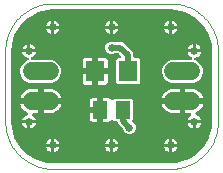
<source format=gbl>
G04 EAGLE Gerber RS-274X export*
G75*
%MOMM*%
%FSLAX35Y35*%
%LPD*%
%INcopper_bottom*%
%IPPOS*%
%AMOC8*
5,1,8,0,0,1.08239X$1,22.5*%
G01*
%ADD10C,0.000000*%
%ADD11R,1.300000X1.500000*%
%ADD12R,1.600000X1.800000*%
%ADD13C,1.524000*%
%ADD14C,0.650000*%
%ADD15C,0.500000*%

G36*
X1400497Y50063D02*
X1400497Y50063D01*
X1400817Y50027D01*
X1444870Y52915D01*
X1446648Y53260D01*
X1447287Y53314D01*
X1532390Y76117D01*
X1535311Y77312D01*
X1535363Y77351D01*
X1535405Y77366D01*
X1611707Y121418D01*
X1614218Y123329D01*
X1614258Y123378D01*
X1614295Y123405D01*
X1676595Y185704D01*
X1678527Y188200D01*
X1678552Y188259D01*
X1678581Y188293D01*
X1722634Y264595D01*
X1723158Y265845D01*
X1723732Y267091D01*
X1723771Y267306D01*
X1723854Y267505D01*
X1723863Y267568D01*
X1723883Y267609D01*
X1746686Y352712D01*
X1746930Y354508D01*
X1747085Y355130D01*
X1749973Y399182D01*
X1749968Y399259D01*
X1749982Y399335D01*
X1749952Y399735D01*
X1749999Y400000D01*
X1749999Y1000000D01*
X1749936Y1000497D01*
X1749973Y1000817D01*
X1747085Y1044870D01*
X1746739Y1046648D01*
X1746686Y1047287D01*
X1723883Y1132390D01*
X1722688Y1135311D01*
X1722649Y1135363D01*
X1722634Y1135405D01*
X1678581Y1211707D01*
X1676671Y1214218D01*
X1676621Y1214258D01*
X1676595Y1214295D01*
X1614295Y1276595D01*
X1611800Y1278527D01*
X1611741Y1278552D01*
X1611707Y1278581D01*
X1535405Y1322634D01*
X1532495Y1323854D01*
X1532431Y1323863D01*
X1532390Y1323883D01*
X1447288Y1346686D01*
X1445491Y1346930D01*
X1444870Y1347085D01*
X1400818Y1349973D01*
X1400318Y1349942D01*
X1400000Y1349999D01*
X400000Y1349999D01*
X399503Y1349936D01*
X399183Y1349973D01*
X355130Y1347085D01*
X353352Y1346739D01*
X352713Y1346686D01*
X267609Y1323883D01*
X264688Y1322688D01*
X264637Y1322649D01*
X264595Y1322634D01*
X188293Y1278581D01*
X185781Y1276671D01*
X185742Y1276621D01*
X185704Y1276595D01*
X123405Y1214295D01*
X121473Y1211800D01*
X121448Y1211741D01*
X121418Y1211707D01*
X77366Y1135405D01*
X76145Y1132495D01*
X76136Y1132431D01*
X76117Y1132390D01*
X53314Y1047287D01*
X53069Y1045491D01*
X52915Y1044870D01*
X50027Y1000818D01*
X50035Y1000697D01*
X50017Y1000601D01*
X50044Y1000242D01*
X50000Y1000000D01*
X50000Y400000D01*
X50063Y399503D01*
X50027Y399183D01*
X52915Y355130D01*
X53260Y353352D01*
X53314Y352713D01*
X76117Y267609D01*
X77312Y264688D01*
X77351Y264637D01*
X77366Y264595D01*
X121418Y188293D01*
X123329Y185781D01*
X123378Y185742D01*
X123405Y185704D01*
X185704Y123405D01*
X188200Y121473D01*
X188259Y121448D01*
X188293Y121418D01*
X264595Y77366D01*
X267505Y76145D01*
X267568Y76136D01*
X267609Y76117D01*
X352713Y53314D01*
X354509Y53069D01*
X355130Y52915D01*
X399182Y50027D01*
X399681Y50058D01*
X400000Y50000D01*
X1400000Y50000D01*
X1400497Y50063D01*
G37*
%LPC*%
G36*
X951715Y714999D02*
X951715Y714999D01*
X939999Y726715D01*
X939999Y923284D01*
X951715Y935000D01*
X971183Y935000D01*
X972585Y935179D01*
X973999Y935322D01*
X974153Y935378D01*
X974314Y935399D01*
X975628Y935923D01*
X976959Y936415D01*
X977093Y936508D01*
X977245Y936568D01*
X978391Y937409D01*
X979552Y938215D01*
X979657Y938338D01*
X979789Y938435D01*
X980688Y939535D01*
X981610Y940607D01*
X981683Y940754D01*
X981785Y940880D01*
X982377Y942164D01*
X983004Y943438D01*
X983038Y943598D01*
X983106Y943746D01*
X983357Y945140D01*
X983645Y946529D01*
X983637Y946692D01*
X983666Y946852D01*
X983560Y948265D01*
X983491Y949681D01*
X983442Y949836D01*
X983430Y949999D01*
X982973Y951342D01*
X982552Y952694D01*
X982476Y952803D01*
X982414Y952987D01*
X980682Y955625D01*
X980237Y956028D01*
X980022Y956338D01*
X960021Y976338D01*
X959155Y977009D01*
X958343Y977745D01*
X957911Y977972D01*
X957525Y978270D01*
X956521Y978702D01*
X955549Y979212D01*
X955177Y979279D01*
X954626Y979516D01*
X951507Y979995D01*
X951313Y979976D01*
X951183Y979999D01*
X931036Y979999D01*
X930812Y979971D01*
X930588Y979991D01*
X930047Y979873D01*
X927905Y979601D01*
X926839Y979176D01*
X926252Y979048D01*
X910443Y972499D01*
X889557Y972499D01*
X870261Y980492D01*
X855492Y995261D01*
X847499Y1014557D01*
X847499Y1035443D01*
X855492Y1054739D01*
X870261Y1069508D01*
X889557Y1077500D01*
X910443Y1077500D01*
X926252Y1070952D01*
X926469Y1070893D01*
X926669Y1070788D01*
X927216Y1070689D01*
X929297Y1070122D01*
X930444Y1070107D01*
X931036Y1070000D01*
X993640Y1070000D01*
X1085000Y978640D01*
X1085000Y947500D01*
X1085159Y946252D01*
X1085253Y945000D01*
X1085358Y944692D01*
X1085399Y944369D01*
X1085865Y943202D01*
X1086269Y942013D01*
X1086448Y941741D01*
X1086568Y941438D01*
X1087312Y940424D01*
X1088001Y939375D01*
X1088243Y939156D01*
X1088435Y938893D01*
X1089408Y938099D01*
X1090339Y937255D01*
X1090628Y937103D01*
X1090880Y936898D01*
X1092019Y936373D01*
X1093133Y935788D01*
X1093389Y935742D01*
X1093746Y935577D01*
X1096852Y935017D01*
X1097243Y935047D01*
X1097500Y935000D01*
X1128284Y935000D01*
X1140000Y923284D01*
X1140000Y726715D01*
X1128284Y714999D01*
X951715Y714999D01*
G37*
%LPD*%
%LPC*%
G36*
X204664Y730799D02*
X204664Y730799D01*
X169307Y745445D01*
X142245Y772507D01*
X127599Y807864D01*
X127599Y846136D01*
X142245Y881493D01*
X169307Y908555D01*
X194057Y918807D01*
X194979Y919333D01*
X195947Y919785D01*
X196347Y920116D01*
X196797Y920373D01*
X197559Y921115D01*
X198381Y921793D01*
X198686Y922213D01*
X199057Y922575D01*
X199609Y923485D01*
X200235Y924347D01*
X200425Y924830D01*
X200694Y925273D01*
X201001Y926295D01*
X201390Y927284D01*
X201453Y927798D01*
X201603Y928295D01*
X201644Y929359D01*
X201773Y930417D01*
X201705Y930932D01*
X201725Y931449D01*
X201499Y932488D01*
X201359Y933545D01*
X201164Y934026D01*
X201054Y934533D01*
X200575Y935483D01*
X200175Y936470D01*
X199866Y936887D01*
X199632Y937350D01*
X198929Y938150D01*
X198295Y939006D01*
X197892Y939332D01*
X197550Y939721D01*
X196669Y940320D01*
X195841Y940989D01*
X195470Y941135D01*
X194940Y941496D01*
X191969Y942560D01*
X191814Y942574D01*
X191712Y942614D01*
X183109Y944325D01*
X172574Y948688D01*
X163091Y955025D01*
X155025Y963091D01*
X148688Y972574D01*
X144324Y983111D01*
X143452Y987499D01*
X199997Y987499D01*
X200000Y987499D01*
X200003Y987499D01*
X256548Y987499D01*
X255675Y983111D01*
X251311Y972574D01*
X244974Y963091D01*
X236909Y955025D01*
X227426Y948689D01*
X223946Y947248D01*
X223328Y946895D01*
X222668Y946631D01*
X221964Y946115D01*
X221206Y945682D01*
X220696Y945185D01*
X220123Y944764D01*
X219572Y944089D01*
X218946Y943480D01*
X218576Y942870D01*
X218127Y942320D01*
X217762Y941528D01*
X217309Y940781D01*
X217105Y940100D01*
X216807Y939453D01*
X216652Y938594D01*
X216401Y937759D01*
X216373Y937048D01*
X216247Y936348D01*
X216312Y935477D01*
X216278Y934606D01*
X216429Y933910D01*
X216482Y933200D01*
X216763Y932375D01*
X216948Y931522D01*
X217270Y930885D01*
X217498Y930213D01*
X217977Y929485D01*
X218370Y928704D01*
X218840Y928169D01*
X219231Y927575D01*
X219877Y926989D01*
X220453Y926333D01*
X221041Y925933D01*
X221568Y925455D01*
X222342Y925048D01*
X223063Y924559D01*
X223732Y924319D01*
X224363Y923988D01*
X224954Y923881D01*
X226033Y923494D01*
X228183Y923299D01*
X228729Y923200D01*
X395336Y923200D01*
X430693Y908555D01*
X457755Y881493D01*
X472400Y846136D01*
X472400Y807864D01*
X457755Y772507D01*
X430693Y745445D01*
X395336Y730799D01*
X204664Y730799D01*
G37*
%LPD*%
%LPC*%
G36*
X1404664Y730799D02*
X1404664Y730799D01*
X1369307Y745445D01*
X1342245Y772507D01*
X1327599Y807864D01*
X1327599Y846136D01*
X1342245Y881493D01*
X1369307Y908555D01*
X1404664Y923200D01*
X1571271Y923200D01*
X1571977Y923290D01*
X1572688Y923281D01*
X1573536Y923489D01*
X1574401Y923599D01*
X1575062Y923863D01*
X1575753Y924032D01*
X1576522Y924445D01*
X1577332Y924768D01*
X1577906Y925189D01*
X1578533Y925527D01*
X1579173Y926119D01*
X1579877Y926635D01*
X1580327Y927186D01*
X1580849Y927670D01*
X1581321Y928404D01*
X1581873Y929080D01*
X1582171Y929726D01*
X1582555Y930325D01*
X1582828Y931153D01*
X1583193Y931946D01*
X1583319Y932647D01*
X1583542Y933323D01*
X1583598Y934194D01*
X1583753Y935052D01*
X1583700Y935760D01*
X1583746Y936472D01*
X1583583Y937330D01*
X1583518Y938199D01*
X1583288Y938873D01*
X1583155Y939572D01*
X1582782Y940361D01*
X1582501Y941187D01*
X1582111Y941781D01*
X1581807Y942425D01*
X1581248Y943095D01*
X1580769Y943825D01*
X1580242Y944303D01*
X1579786Y944849D01*
X1579281Y945174D01*
X1578431Y945945D01*
X1576519Y946948D01*
X1576053Y947248D01*
X1572573Y948689D01*
X1563091Y955025D01*
X1555025Y963091D01*
X1548688Y972574D01*
X1544324Y983111D01*
X1543452Y987499D01*
X1599997Y987499D01*
X1600000Y987499D01*
X1600003Y987499D01*
X1656548Y987499D01*
X1655675Y983111D01*
X1651311Y972574D01*
X1644974Y963091D01*
X1636909Y955025D01*
X1627425Y948688D01*
X1616890Y944325D01*
X1608288Y942614D01*
X1607278Y942276D01*
X1606243Y942023D01*
X1605786Y941777D01*
X1605295Y941612D01*
X1604403Y941033D01*
X1603464Y940528D01*
X1603083Y940176D01*
X1602648Y939893D01*
X1601928Y939107D01*
X1601148Y938385D01*
X1600868Y937949D01*
X1600517Y937566D01*
X1600017Y936625D01*
X1599441Y935730D01*
X1599279Y935236D01*
X1599036Y934779D01*
X1598788Y933745D01*
X1598455Y932732D01*
X1598421Y932214D01*
X1598300Y931710D01*
X1598319Y930647D01*
X1598250Y929583D01*
X1598348Y929073D01*
X1598357Y928555D01*
X1598642Y927530D01*
X1598841Y926483D01*
X1599063Y926013D01*
X1599202Y925514D01*
X1599734Y924594D01*
X1600190Y923629D01*
X1600523Y923230D01*
X1600782Y922782D01*
X1601528Y922023D01*
X1602210Y921205D01*
X1602545Y920990D01*
X1602995Y920533D01*
X1605701Y918909D01*
X1605852Y918865D01*
X1605943Y918807D01*
X1630693Y908555D01*
X1657755Y881493D01*
X1672400Y846136D01*
X1672400Y807864D01*
X1657755Y772507D01*
X1630693Y745445D01*
X1595336Y730799D01*
X1404664Y730799D01*
G37*
%LPD*%
%LPC*%
G36*
X1039557Y297499D02*
X1039557Y297499D01*
X1020261Y305492D01*
X1005492Y320261D01*
X998943Y336070D01*
X998832Y336266D01*
X998765Y336481D01*
X998448Y336937D01*
X997378Y338810D01*
X996577Y339632D01*
X996234Y340125D01*
X949999Y386360D01*
X949999Y392500D01*
X949841Y393748D01*
X949747Y394999D01*
X949642Y395308D01*
X949601Y395631D01*
X949135Y396798D01*
X948731Y397987D01*
X948552Y398259D01*
X948431Y398562D01*
X947688Y399575D01*
X946998Y400625D01*
X946757Y400844D01*
X946565Y401106D01*
X945592Y401900D01*
X944661Y402745D01*
X944372Y402897D01*
X944120Y403102D01*
X942981Y403627D01*
X941867Y404212D01*
X941610Y404258D01*
X941253Y404423D01*
X938148Y404983D01*
X937756Y404953D01*
X937500Y404999D01*
X921715Y404999D01*
X911721Y414994D01*
X910683Y415798D01*
X909685Y416642D01*
X909441Y416759D01*
X909226Y416926D01*
X908023Y417442D01*
X906842Y418011D01*
X906575Y418064D01*
X906326Y418171D01*
X905031Y418370D01*
X903746Y418625D01*
X903476Y418609D01*
X903207Y418651D01*
X901902Y418519D01*
X900596Y418444D01*
X900337Y418361D01*
X900067Y418333D01*
X898839Y417880D01*
X897591Y417479D01*
X897361Y417334D01*
X897107Y417240D01*
X896028Y416491D01*
X894923Y415793D01*
X894783Y415626D01*
X894514Y415440D01*
X892456Y413048D01*
X892252Y412634D01*
X892058Y412405D01*
X890326Y409404D01*
X885596Y404674D01*
X879804Y401330D01*
X873344Y399599D01*
X829998Y399599D01*
X829998Y487499D01*
X829840Y488746D01*
X829746Y489998D01*
X829641Y490306D01*
X829600Y490629D01*
X829134Y491797D01*
X828730Y492986D01*
X828551Y493258D01*
X828430Y493560D01*
X827687Y494574D01*
X826998Y495624D01*
X826756Y495843D01*
X826564Y496105D01*
X825591Y496899D01*
X824660Y497744D01*
X824371Y497895D01*
X824119Y498101D01*
X822980Y498626D01*
X821866Y499211D01*
X821609Y499257D01*
X821253Y499421D01*
X818147Y499981D01*
X817755Y499952D01*
X817499Y499998D01*
X804998Y499998D01*
X804998Y500002D01*
X817499Y500002D01*
X818747Y500160D01*
X819998Y500254D01*
X820307Y500359D01*
X820630Y500400D01*
X821797Y500866D01*
X822986Y501270D01*
X823258Y501449D01*
X823561Y501570D01*
X824574Y502313D01*
X825624Y503003D01*
X825843Y503244D01*
X826105Y503436D01*
X826899Y504409D01*
X827744Y505340D01*
X827896Y505629D01*
X828101Y505881D01*
X828626Y507020D01*
X829211Y508134D01*
X829257Y508391D01*
X829422Y508748D01*
X829982Y511853D01*
X829952Y512245D01*
X829998Y512501D01*
X829998Y600400D01*
X873344Y600400D01*
X879804Y598669D01*
X885596Y595326D01*
X890326Y590596D01*
X892058Y587595D01*
X892851Y586552D01*
X893598Y585476D01*
X893804Y585299D01*
X893968Y585083D01*
X894998Y584272D01*
X895990Y583417D01*
X896234Y583297D01*
X896447Y583129D01*
X897646Y582602D01*
X898822Y582023D01*
X899087Y581968D01*
X899336Y581859D01*
X900631Y581648D01*
X901912Y581383D01*
X902183Y581396D01*
X902451Y581353D01*
X903756Y581473D01*
X905064Y581537D01*
X905323Y581618D01*
X905593Y581643D01*
X906825Y582086D01*
X908077Y582475D01*
X908257Y582600D01*
X908563Y582710D01*
X911171Y584488D01*
X911474Y584834D01*
X911721Y585006D01*
X921715Y595000D01*
X1068284Y595000D01*
X1080000Y583284D01*
X1080000Y416716D01*
X1077448Y414163D01*
X1077110Y413726D01*
X1076705Y413352D01*
X1076148Y412484D01*
X1075516Y411668D01*
X1075298Y411161D01*
X1075000Y410697D01*
X1074678Y409715D01*
X1074271Y408768D01*
X1074187Y408223D01*
X1074014Y407698D01*
X1073948Y406670D01*
X1073791Y405649D01*
X1073847Y405099D01*
X1073811Y404549D01*
X1074004Y403536D01*
X1074108Y402509D01*
X1074299Y401992D01*
X1074403Y401449D01*
X1074844Y400516D01*
X1075202Y399549D01*
X1075516Y399096D01*
X1075752Y398597D01*
X1076414Y397803D01*
X1077002Y396957D01*
X1077419Y396597D01*
X1077773Y396173D01*
X1078322Y395820D01*
X1079073Y395174D01*
X1094508Y379739D01*
X1102500Y360443D01*
X1102500Y339557D01*
X1094508Y320261D01*
X1079739Y305492D01*
X1060443Y297499D01*
X1039557Y297499D01*
G37*
%LPD*%
%LPC*%
G36*
X1599997Y412501D02*
X1599997Y412501D01*
X1543451Y412501D01*
X1544324Y416889D01*
X1548688Y427425D01*
X1555025Y436909D01*
X1563090Y444974D01*
X1568378Y448507D01*
X1569182Y449206D01*
X1570040Y449835D01*
X1570368Y450237D01*
X1570760Y450578D01*
X1571364Y451457D01*
X1572036Y452280D01*
X1572252Y452750D01*
X1572547Y453178D01*
X1572912Y454181D01*
X1573356Y455147D01*
X1573448Y455657D01*
X1573626Y456144D01*
X1573728Y457205D01*
X1573916Y458252D01*
X1573878Y458769D01*
X1573927Y459286D01*
X1573760Y460339D01*
X1573681Y461399D01*
X1573514Y461889D01*
X1573433Y462403D01*
X1573007Y463381D01*
X1572664Y464387D01*
X1572380Y464819D01*
X1572173Y465296D01*
X1571516Y466136D01*
X1570932Y467025D01*
X1570548Y467373D01*
X1570228Y467782D01*
X1569383Y468429D01*
X1568594Y469145D01*
X1568135Y469386D01*
X1567723Y469702D01*
X1566744Y470117D01*
X1565800Y470612D01*
X1565407Y470683D01*
X1564818Y470933D01*
X1561696Y471397D01*
X1561541Y471380D01*
X1561434Y471399D01*
X1524999Y471399D01*
X1524999Y548001D01*
X1674907Y548001D01*
X1670358Y534001D01*
X1663096Y519748D01*
X1653697Y506812D01*
X1642388Y495503D01*
X1629452Y486104D01*
X1615035Y478759D01*
X1614266Y478235D01*
X1613448Y477795D01*
X1612968Y477351D01*
X1612427Y476983D01*
X1611814Y476284D01*
X1611131Y475652D01*
X1610778Y475101D01*
X1610346Y474609D01*
X1609928Y473779D01*
X1609425Y472997D01*
X1609221Y472375D01*
X1608927Y471791D01*
X1608730Y470883D01*
X1608439Y469999D01*
X1608396Y469346D01*
X1608258Y468707D01*
X1608295Y467778D01*
X1608234Y466850D01*
X1608357Y466207D01*
X1608383Y465553D01*
X1608651Y464663D01*
X1608825Y463750D01*
X1609105Y463158D01*
X1609294Y462532D01*
X1609777Y461737D01*
X1610174Y460897D01*
X1610593Y460394D01*
X1610933Y459835D01*
X1611599Y459187D01*
X1612194Y458472D01*
X1612604Y458208D01*
X1613194Y457634D01*
X1615905Y456087D01*
X1615927Y456073D01*
X1627427Y451310D01*
X1636909Y444974D01*
X1644974Y436909D01*
X1651311Y427425D01*
X1655675Y416889D01*
X1656548Y412501D01*
X1600003Y412501D01*
X1599999Y412500D01*
X1599997Y412501D01*
G37*
%LPD*%
%LPC*%
G36*
X199997Y412501D02*
X199997Y412501D01*
X143451Y412501D01*
X144324Y416889D01*
X148688Y427425D01*
X155025Y436909D01*
X163091Y444974D01*
X172574Y451311D01*
X184073Y456074D01*
X184879Y456535D01*
X185731Y456910D01*
X186245Y457316D01*
X186813Y457640D01*
X187479Y458289D01*
X188209Y458865D01*
X188604Y459386D01*
X189073Y459843D01*
X189555Y460637D01*
X190118Y461378D01*
X190371Y461982D01*
X190710Y462541D01*
X190977Y463431D01*
X191337Y464289D01*
X191430Y464936D01*
X191618Y465563D01*
X191655Y466493D01*
X191787Y467413D01*
X191716Y468063D01*
X191741Y468717D01*
X191543Y469624D01*
X191442Y470549D01*
X191209Y471162D01*
X191070Y471800D01*
X190651Y472630D01*
X190321Y473499D01*
X189943Y474033D01*
X189648Y474618D01*
X189034Y475317D01*
X188497Y476075D01*
X188110Y476369D01*
X187566Y476989D01*
X184985Y478743D01*
X184964Y478759D01*
X170549Y486104D01*
X157612Y495503D01*
X146303Y506812D01*
X136904Y519748D01*
X129642Y534001D01*
X125093Y548001D01*
X275001Y548001D01*
X275001Y471399D01*
X238566Y471399D01*
X237508Y471265D01*
X236446Y471218D01*
X235950Y471067D01*
X235435Y471001D01*
X234446Y470606D01*
X233428Y470295D01*
X232986Y470023D01*
X232504Y469831D01*
X231646Y469201D01*
X230738Y468645D01*
X230378Y468272D01*
X229960Y467965D01*
X229286Y467140D01*
X228547Y466373D01*
X228291Y465921D01*
X227964Y465520D01*
X227519Y464554D01*
X226994Y463626D01*
X226861Y463125D01*
X226643Y462654D01*
X226454Y461604D01*
X226180Y460577D01*
X226176Y460058D01*
X226083Y459548D01*
X226163Y458486D01*
X226154Y457421D01*
X226280Y456918D01*
X226319Y456401D01*
X226662Y455392D01*
X226920Y454360D01*
X227168Y453903D01*
X227335Y453413D01*
X227919Y452523D01*
X228429Y451588D01*
X228716Y451310D01*
X229068Y450775D01*
X231405Y448655D01*
X231543Y448583D01*
X231622Y448507D01*
X236909Y444974D01*
X244974Y436909D01*
X251311Y427425D01*
X255675Y416889D01*
X256548Y412501D01*
X200003Y412501D01*
X199999Y412500D01*
X199997Y412501D01*
G37*
%LPD*%
%LPC*%
G36*
X324999Y597999D02*
X324999Y597999D01*
X324999Y674600D01*
X384195Y674600D01*
X399993Y672098D01*
X415199Y667158D01*
X429452Y659896D01*
X442388Y650497D01*
X453697Y639188D01*
X463096Y626252D01*
X470358Y611999D01*
X474907Y597999D01*
X324999Y597999D01*
G37*
%LPD*%
%LPC*%
G36*
X1524999Y597999D02*
X1524999Y597999D01*
X1524999Y674600D01*
X1584195Y674600D01*
X1599993Y672098D01*
X1615199Y667158D01*
X1629452Y659896D01*
X1642388Y650497D01*
X1653697Y639188D01*
X1663096Y626252D01*
X1670358Y611999D01*
X1674907Y597999D01*
X1524999Y597999D01*
G37*
%LPD*%
%LPC*%
G36*
X125093Y597999D02*
X125093Y597999D01*
X129642Y611999D01*
X136904Y626252D01*
X146303Y639188D01*
X157612Y650497D01*
X170548Y659896D01*
X184801Y667158D01*
X200007Y672098D01*
X215804Y674600D01*
X275001Y674600D01*
X275001Y597999D01*
X125093Y597999D01*
G37*
%LPD*%
%LPC*%
G36*
X1325093Y597999D02*
X1325093Y597999D01*
X1329642Y611999D01*
X1336904Y626252D01*
X1346303Y639188D01*
X1357612Y650497D01*
X1370548Y659896D01*
X1384801Y667158D01*
X1400007Y672098D01*
X1415804Y674600D01*
X1475001Y674600D01*
X1475001Y597999D01*
X1325093Y597999D01*
G37*
%LPD*%
%LPC*%
G36*
X324999Y471399D02*
X324999Y471399D01*
X324999Y548001D01*
X474907Y548001D01*
X470358Y534001D01*
X463096Y519748D01*
X453697Y506812D01*
X442388Y495503D01*
X429452Y486104D01*
X415199Y478842D01*
X399993Y473901D01*
X384195Y471399D01*
X324999Y471399D01*
G37*
%LPD*%
%LPC*%
G36*
X1415805Y471399D02*
X1415805Y471399D01*
X1400007Y473901D01*
X1384801Y478842D01*
X1370548Y486104D01*
X1357612Y495503D01*
X1346303Y506812D01*
X1336904Y519748D01*
X1329642Y534001D01*
X1325093Y548001D01*
X1475001Y548001D01*
X1475001Y471399D01*
X1415805Y471399D01*
G37*
%LPD*%
%LPC*%
G36*
X784998Y849998D02*
X784998Y849998D01*
X784998Y940400D01*
X843344Y940400D01*
X849804Y938669D01*
X855596Y935326D01*
X860326Y930596D01*
X863669Y924804D01*
X865400Y918344D01*
X865400Y849998D01*
X784998Y849998D01*
G37*
%LPD*%
%LPC*%
G36*
X784998Y709599D02*
X784998Y709599D01*
X784998Y800001D01*
X865400Y800001D01*
X865400Y731655D01*
X863669Y725196D01*
X860326Y719404D01*
X855596Y714674D01*
X849804Y711330D01*
X843344Y709599D01*
X784998Y709599D01*
G37*
%LPD*%
%LPC*%
G36*
X654599Y849998D02*
X654599Y849998D01*
X654599Y918344D01*
X656330Y924804D01*
X659674Y930596D01*
X664404Y935326D01*
X670196Y938669D01*
X676655Y940400D01*
X735001Y940400D01*
X735001Y849998D01*
X654599Y849998D01*
G37*
%LPD*%
%LPC*%
G36*
X676655Y709599D02*
X676655Y709599D01*
X670196Y711330D01*
X664404Y714674D01*
X659674Y719404D01*
X656330Y725196D01*
X654599Y731655D01*
X654599Y800001D01*
X735001Y800001D01*
X735001Y709599D01*
X676655Y709599D01*
G37*
%LPD*%
%LPC*%
G36*
X714599Y524998D02*
X714599Y524998D01*
X714599Y578344D01*
X716330Y584804D01*
X719674Y590596D01*
X724404Y595326D01*
X730196Y598669D01*
X736655Y600400D01*
X780001Y600400D01*
X780001Y524998D01*
X714599Y524998D01*
G37*
%LPD*%
%LPC*%
G36*
X736655Y399599D02*
X736655Y399599D01*
X730196Y401330D01*
X724404Y404674D01*
X719674Y409404D01*
X716330Y415196D01*
X714599Y421655D01*
X714599Y475001D01*
X780001Y475001D01*
X780001Y399599D01*
X736655Y399599D01*
G37*
%LPD*%
%LPC*%
G36*
X912501Y1212501D02*
X912501Y1212501D01*
X912501Y1256548D01*
X916889Y1255675D01*
X927425Y1251311D01*
X936909Y1244974D01*
X944974Y1236909D01*
X951311Y1227425D01*
X955675Y1216889D01*
X956548Y1212501D01*
X912501Y1212501D01*
G37*
%LPD*%
%LPC*%
G36*
X412501Y1212501D02*
X412501Y1212501D01*
X412501Y1256548D01*
X416889Y1255675D01*
X427425Y1251311D01*
X436909Y1244974D01*
X444974Y1236909D01*
X451311Y1227425D01*
X455675Y1216889D01*
X456548Y1212501D01*
X412501Y1212501D01*
G37*
%LPD*%
%LPC*%
G36*
X1412501Y1212501D02*
X1412501Y1212501D01*
X1412501Y1256548D01*
X1416889Y1255675D01*
X1427425Y1251311D01*
X1436909Y1244974D01*
X1444974Y1236909D01*
X1451311Y1227425D01*
X1455675Y1216889D01*
X1456548Y1212501D01*
X1412501Y1212501D01*
G37*
%LPD*%
%LPC*%
G36*
X212501Y1012501D02*
X212501Y1012501D01*
X212501Y1056548D01*
X216889Y1055675D01*
X227425Y1051311D01*
X236909Y1044974D01*
X244974Y1036909D01*
X251311Y1027425D01*
X255675Y1016889D01*
X256548Y1012501D01*
X212501Y1012501D01*
G37*
%LPD*%
%LPC*%
G36*
X1612501Y1012501D02*
X1612501Y1012501D01*
X1612501Y1056548D01*
X1616889Y1055675D01*
X1627425Y1051311D01*
X1636909Y1044974D01*
X1644974Y1036909D01*
X1651311Y1027425D01*
X1655675Y1016889D01*
X1656548Y1012501D01*
X1612501Y1012501D01*
G37*
%LPD*%
%LPC*%
G36*
X912501Y212501D02*
X912501Y212501D01*
X912501Y256548D01*
X916889Y255675D01*
X927425Y251311D01*
X936909Y244974D01*
X944974Y236909D01*
X951311Y227425D01*
X955675Y216889D01*
X956548Y212501D01*
X912501Y212501D01*
G37*
%LPD*%
%LPC*%
G36*
X412501Y212501D02*
X412501Y212501D01*
X412501Y256548D01*
X416889Y255675D01*
X427425Y251311D01*
X436909Y244974D01*
X444974Y236909D01*
X451311Y227425D01*
X455675Y216889D01*
X456548Y212501D01*
X412501Y212501D01*
G37*
%LPD*%
%LPC*%
G36*
X1412501Y212501D02*
X1412501Y212501D01*
X1412501Y256548D01*
X1416889Y255675D01*
X1427425Y251311D01*
X1436909Y244974D01*
X1444974Y236909D01*
X1451311Y227425D01*
X1455675Y216889D01*
X1456548Y212501D01*
X1412501Y212501D01*
G37*
%LPD*%
%LPC*%
G36*
X1343451Y1212501D02*
X1343451Y1212501D01*
X1344324Y1216889D01*
X1348688Y1227425D01*
X1355025Y1236909D01*
X1363091Y1244974D01*
X1372574Y1251311D01*
X1383111Y1255675D01*
X1387499Y1256548D01*
X1387499Y1212501D01*
X1343451Y1212501D01*
G37*
%LPD*%
%LPC*%
G36*
X343451Y1212501D02*
X343451Y1212501D01*
X344324Y1216889D01*
X348688Y1227425D01*
X355025Y1236909D01*
X363091Y1244974D01*
X372574Y1251311D01*
X383111Y1255675D01*
X387499Y1256548D01*
X387499Y1212501D01*
X343451Y1212501D01*
G37*
%LPD*%
%LPC*%
G36*
X843451Y1212501D02*
X843451Y1212501D01*
X844324Y1216889D01*
X848688Y1227425D01*
X855025Y1236909D01*
X863091Y1244974D01*
X872574Y1251311D01*
X883111Y1255675D01*
X887499Y1256548D01*
X887499Y1212501D01*
X843451Y1212501D01*
G37*
%LPD*%
%LPC*%
G36*
X412501Y1187499D02*
X412501Y1187499D01*
X456548Y1187499D01*
X455675Y1183111D01*
X451311Y1172574D01*
X444974Y1163091D01*
X436909Y1155025D01*
X427425Y1148688D01*
X416889Y1144324D01*
X412501Y1143451D01*
X412501Y1187499D01*
G37*
%LPD*%
%LPC*%
G36*
X1412501Y1187499D02*
X1412501Y1187499D01*
X1456548Y1187499D01*
X1455675Y1183111D01*
X1451311Y1172574D01*
X1444974Y1163091D01*
X1436909Y1155025D01*
X1427425Y1148688D01*
X1416889Y1144324D01*
X1412501Y1143451D01*
X1412501Y1187499D01*
G37*
%LPD*%
%LPC*%
G36*
X1612501Y387499D02*
X1612501Y387499D01*
X1656548Y387499D01*
X1655675Y383111D01*
X1651311Y372574D01*
X1644974Y363091D01*
X1636909Y355025D01*
X1627425Y348688D01*
X1616889Y344324D01*
X1612501Y343451D01*
X1612501Y387499D01*
G37*
%LPD*%
%LPC*%
G36*
X212501Y387499D02*
X212501Y387499D01*
X256548Y387499D01*
X255675Y383111D01*
X251311Y372574D01*
X244974Y363091D01*
X236909Y355025D01*
X227425Y348688D01*
X216889Y344324D01*
X212501Y343451D01*
X212501Y387499D01*
G37*
%LPD*%
%LPC*%
G36*
X1343451Y212501D02*
X1343451Y212501D01*
X1344324Y216889D01*
X1348688Y227425D01*
X1355025Y236909D01*
X1363091Y244974D01*
X1372574Y251311D01*
X1383111Y255675D01*
X1387499Y256548D01*
X1387499Y212501D01*
X1343451Y212501D01*
G37*
%LPD*%
%LPC*%
G36*
X912501Y1187499D02*
X912501Y1187499D01*
X956548Y1187499D01*
X955675Y1183111D01*
X951311Y1172574D01*
X944974Y1163091D01*
X936909Y1155025D01*
X927425Y1148688D01*
X916889Y1144324D01*
X912501Y1143451D01*
X912501Y1187499D01*
G37*
%LPD*%
%LPC*%
G36*
X143451Y1012501D02*
X143451Y1012501D01*
X144324Y1016889D01*
X148688Y1027425D01*
X155025Y1036909D01*
X163091Y1044974D01*
X172574Y1051311D01*
X183111Y1055675D01*
X187499Y1056548D01*
X187499Y1012501D01*
X143451Y1012501D01*
G37*
%LPD*%
%LPC*%
G36*
X1543451Y1012501D02*
X1543451Y1012501D01*
X1544324Y1016889D01*
X1548688Y1027425D01*
X1555025Y1036909D01*
X1563091Y1044974D01*
X1572574Y1051311D01*
X1583111Y1055675D01*
X1587499Y1056548D01*
X1587499Y1012501D01*
X1543451Y1012501D01*
G37*
%LPD*%
%LPC*%
G36*
X343451Y212501D02*
X343451Y212501D01*
X344324Y216889D01*
X348688Y227425D01*
X355025Y236909D01*
X363091Y244974D01*
X372574Y251311D01*
X383111Y255675D01*
X387499Y256548D01*
X387499Y212501D01*
X343451Y212501D01*
G37*
%LPD*%
%LPC*%
G36*
X843451Y212501D02*
X843451Y212501D01*
X844324Y216889D01*
X848688Y227425D01*
X855025Y236909D01*
X863091Y244974D01*
X872574Y251311D01*
X883111Y255675D01*
X887499Y256548D01*
X887499Y212501D01*
X843451Y212501D01*
G37*
%LPD*%
%LPC*%
G36*
X412501Y187499D02*
X412501Y187499D01*
X456548Y187499D01*
X455675Y183111D01*
X451311Y172574D01*
X444974Y163091D01*
X436909Y155025D01*
X427425Y148688D01*
X416889Y144324D01*
X412501Y143451D01*
X412501Y187499D01*
G37*
%LPD*%
%LPC*%
G36*
X1412501Y187499D02*
X1412501Y187499D01*
X1456548Y187499D01*
X1455675Y183111D01*
X1451311Y172574D01*
X1444974Y163091D01*
X1436909Y155025D01*
X1427425Y148688D01*
X1416889Y144324D01*
X1412501Y143451D01*
X1412501Y187499D01*
G37*
%LPD*%
%LPC*%
G36*
X912501Y187499D02*
X912501Y187499D01*
X956548Y187499D01*
X955675Y183111D01*
X951311Y172574D01*
X944974Y163091D01*
X936909Y155025D01*
X927425Y148688D01*
X916889Y144324D01*
X912501Y143451D01*
X912501Y187499D01*
G37*
%LPD*%
%LPC*%
G36*
X1383111Y1144324D02*
X1383111Y1144324D01*
X1372574Y1148688D01*
X1363091Y1155025D01*
X1355025Y1163091D01*
X1348688Y1172574D01*
X1344324Y1183111D01*
X1343452Y1187499D01*
X1387499Y1187499D01*
X1387499Y1143452D01*
X1383111Y1144324D01*
G37*
%LPD*%
%LPC*%
G36*
X1583111Y344324D02*
X1583111Y344324D01*
X1572574Y348688D01*
X1563091Y355025D01*
X1555025Y363091D01*
X1548688Y372574D01*
X1544324Y383111D01*
X1543452Y387499D01*
X1587499Y387499D01*
X1587499Y343452D01*
X1583111Y344324D01*
G37*
%LPD*%
%LPC*%
G36*
X183111Y344324D02*
X183111Y344324D01*
X172574Y348688D01*
X163091Y355025D01*
X155025Y363091D01*
X148688Y372574D01*
X144324Y383111D01*
X143452Y387499D01*
X187499Y387499D01*
X187499Y343452D01*
X183111Y344324D01*
G37*
%LPD*%
%LPC*%
G36*
X383111Y1144324D02*
X383111Y1144324D01*
X372574Y1148688D01*
X363091Y1155025D01*
X355025Y1163091D01*
X348688Y1172574D01*
X344324Y1183111D01*
X343452Y1187499D01*
X387499Y1187499D01*
X387499Y1143452D01*
X383111Y1144324D01*
G37*
%LPD*%
%LPC*%
G36*
X383111Y144324D02*
X383111Y144324D01*
X372574Y148688D01*
X363091Y155025D01*
X355025Y163091D01*
X348688Y172574D01*
X344324Y183111D01*
X343452Y187499D01*
X387499Y187499D01*
X387499Y143452D01*
X383111Y144324D01*
G37*
%LPD*%
%LPC*%
G36*
X1383111Y144324D02*
X1383111Y144324D01*
X1372574Y148688D01*
X1363091Y155025D01*
X1355025Y163091D01*
X1348688Y172574D01*
X1344324Y183111D01*
X1343452Y187499D01*
X1387499Y187499D01*
X1387499Y143452D01*
X1383111Y144324D01*
G37*
%LPD*%
%LPC*%
G36*
X883111Y1144324D02*
X883111Y1144324D01*
X872574Y1148688D01*
X863091Y1155025D01*
X855025Y1163091D01*
X848688Y1172574D01*
X844324Y1183111D01*
X843452Y1187499D01*
X887499Y1187499D01*
X887499Y1143452D01*
X883111Y1144324D01*
G37*
%LPD*%
%LPC*%
G36*
X883111Y144324D02*
X883111Y144324D01*
X872574Y148688D01*
X863091Y155025D01*
X855025Y163091D01*
X848688Y172574D01*
X844324Y183111D01*
X843452Y187499D01*
X887499Y187499D01*
X887499Y143452D01*
X883111Y144324D01*
G37*
%LPD*%
%LPC*%
G36*
X1499998Y572998D02*
X1499998Y572998D01*
X1499998Y573002D01*
X1500002Y573002D01*
X1500002Y572998D01*
X1499998Y572998D01*
G37*
%LPD*%
%LPC*%
G36*
X299998Y572998D02*
X299998Y572998D01*
X299998Y573002D01*
X300002Y573002D01*
X300002Y572998D01*
X299998Y572998D01*
G37*
%LPD*%
%LPC*%
G36*
X759998Y824998D02*
X759998Y824998D01*
X759998Y825002D01*
X760002Y825002D01*
X760002Y824998D01*
X759998Y824998D01*
G37*
%LPD*%
D10*
X400000Y0D02*
X1400000Y0D01*
X1800000Y400000D02*
X1800000Y1000000D01*
X1400000Y1400000D02*
X400000Y1400000D01*
X0Y1000000D02*
X0Y400000D01*
X1400000Y1400000D02*
X1409665Y1399883D01*
X1419325Y1399533D01*
X1428974Y1398949D01*
X1438606Y1398133D01*
X1448215Y1397084D01*
X1457796Y1395803D01*
X1467343Y1394290D01*
X1476851Y1392548D01*
X1486314Y1390576D01*
X1495726Y1388377D01*
X1505083Y1385950D01*
X1514378Y1383298D01*
X1523607Y1380423D01*
X1532763Y1377325D01*
X1541842Y1374006D01*
X1550838Y1370470D01*
X1559746Y1366717D01*
X1568560Y1362750D01*
X1577277Y1358571D01*
X1585889Y1354182D01*
X1594393Y1349587D01*
X1602784Y1344788D01*
X1611056Y1339787D01*
X1619205Y1334588D01*
X1627226Y1329194D01*
X1635114Y1323607D01*
X1642865Y1317831D01*
X1650474Y1311870D01*
X1657937Y1305726D01*
X1665249Y1299404D01*
X1672406Y1292907D01*
X1679405Y1286240D01*
X1686240Y1279405D01*
X1692907Y1272406D01*
X1699404Y1265249D01*
X1705726Y1257937D01*
X1711870Y1250474D01*
X1717831Y1242865D01*
X1723607Y1235114D01*
X1729194Y1227226D01*
X1734588Y1219205D01*
X1739787Y1211056D01*
X1744788Y1202784D01*
X1749587Y1194393D01*
X1754182Y1185889D01*
X1758571Y1177277D01*
X1762750Y1168560D01*
X1766717Y1159746D01*
X1770470Y1150838D01*
X1774006Y1141842D01*
X1777325Y1132763D01*
X1780423Y1123607D01*
X1783298Y1114378D01*
X1785950Y1105083D01*
X1788377Y1095726D01*
X1790576Y1086314D01*
X1792548Y1076851D01*
X1794290Y1067343D01*
X1795803Y1057796D01*
X1797084Y1048215D01*
X1798133Y1038606D01*
X1798949Y1028974D01*
X1799533Y1019325D01*
X1799883Y1009665D01*
X1800000Y1000000D01*
X400000Y1400000D02*
X390335Y1399883D01*
X380675Y1399533D01*
X371026Y1398949D01*
X361394Y1398133D01*
X351785Y1397084D01*
X342204Y1395803D01*
X332657Y1394290D01*
X323149Y1392548D01*
X313686Y1390576D01*
X304274Y1388377D01*
X294917Y1385950D01*
X285622Y1383298D01*
X276393Y1380423D01*
X267237Y1377325D01*
X258158Y1374006D01*
X249162Y1370470D01*
X240254Y1366717D01*
X231440Y1362750D01*
X222723Y1358571D01*
X214111Y1354182D01*
X205607Y1349587D01*
X197216Y1344788D01*
X188944Y1339787D01*
X180795Y1334588D01*
X172774Y1329194D01*
X164886Y1323607D01*
X157135Y1317831D01*
X149526Y1311870D01*
X142063Y1305726D01*
X134751Y1299404D01*
X127594Y1292907D01*
X120595Y1286240D01*
X113760Y1279405D01*
X107093Y1272406D01*
X100596Y1265249D01*
X94274Y1257937D01*
X88130Y1250474D01*
X82169Y1242865D01*
X76393Y1235114D01*
X70806Y1227226D01*
X65412Y1219205D01*
X60213Y1211056D01*
X55212Y1202784D01*
X50413Y1194393D01*
X45818Y1185889D01*
X41429Y1177277D01*
X37250Y1168560D01*
X33283Y1159746D01*
X29530Y1150838D01*
X25994Y1141842D01*
X22675Y1132763D01*
X19577Y1123607D01*
X16702Y1114378D01*
X14050Y1105083D01*
X11623Y1095726D01*
X9424Y1086314D01*
X7452Y1076851D01*
X5710Y1067343D01*
X4197Y1057796D01*
X2916Y1048215D01*
X1867Y1038606D01*
X1051Y1028974D01*
X467Y1019325D01*
X117Y1009665D01*
X0Y1000000D01*
X0Y400000D02*
X117Y390335D01*
X467Y380675D01*
X1051Y371026D01*
X1867Y361394D01*
X2916Y351785D01*
X4197Y342204D01*
X5710Y332657D01*
X7452Y323149D01*
X9424Y313686D01*
X11623Y304274D01*
X14050Y294917D01*
X16702Y285622D01*
X19577Y276393D01*
X22675Y267237D01*
X25994Y258158D01*
X29530Y249162D01*
X33283Y240254D01*
X37250Y231440D01*
X41429Y222723D01*
X45818Y214111D01*
X50413Y205607D01*
X55212Y197216D01*
X60213Y188944D01*
X65412Y180795D01*
X70806Y172774D01*
X76393Y164886D01*
X82169Y157135D01*
X88130Y149526D01*
X94274Y142063D01*
X100596Y134751D01*
X107093Y127594D01*
X113760Y120595D01*
X120595Y113760D01*
X127594Y107093D01*
X134751Y100596D01*
X142063Y94274D01*
X149526Y88130D01*
X157135Y82169D01*
X164886Y76393D01*
X172774Y70806D01*
X180795Y65412D01*
X188944Y60213D01*
X197216Y55212D01*
X205607Y50413D01*
X214111Y45818D01*
X222723Y41429D01*
X231440Y37250D01*
X240254Y33283D01*
X249162Y29530D01*
X258158Y25994D01*
X267237Y22675D01*
X276393Y19577D01*
X285622Y16702D01*
X294917Y14050D01*
X304274Y11623D01*
X313686Y9424D01*
X323149Y7452D01*
X332657Y5710D01*
X342204Y4197D01*
X351785Y2916D01*
X361394Y1867D01*
X371026Y1051D01*
X380675Y467D01*
X390335Y117D01*
X400000Y0D01*
X1400000Y0D02*
X1409665Y117D01*
X1419325Y467D01*
X1428974Y1051D01*
X1438606Y1867D01*
X1448215Y2916D01*
X1457796Y4197D01*
X1467343Y5710D01*
X1476851Y7452D01*
X1486314Y9424D01*
X1495726Y11623D01*
X1505083Y14050D01*
X1514378Y16702D01*
X1523607Y19577D01*
X1532763Y22675D01*
X1541842Y25994D01*
X1550838Y29530D01*
X1559746Y33283D01*
X1568560Y37250D01*
X1577277Y41429D01*
X1585889Y45818D01*
X1594393Y50413D01*
X1602784Y55212D01*
X1611056Y60213D01*
X1619205Y65412D01*
X1627226Y70806D01*
X1635114Y76393D01*
X1642865Y82169D01*
X1650474Y88130D01*
X1657937Y94274D01*
X1665249Y100596D01*
X1672406Y107093D01*
X1679405Y113760D01*
X1686240Y120595D01*
X1692907Y127594D01*
X1699404Y134751D01*
X1705726Y142063D01*
X1711870Y149526D01*
X1717831Y157135D01*
X1723607Y164886D01*
X1729194Y172774D01*
X1734588Y180795D01*
X1739787Y188944D01*
X1744788Y197216D01*
X1749587Y205607D01*
X1754182Y214111D01*
X1758571Y222723D01*
X1762750Y231440D01*
X1766717Y240254D01*
X1770470Y249162D01*
X1774006Y258158D01*
X1777325Y267237D01*
X1780423Y276393D01*
X1783298Y285622D01*
X1785950Y294917D01*
X1788377Y304274D01*
X1790576Y313686D01*
X1792548Y323149D01*
X1794290Y332657D01*
X1795803Y342204D01*
X1797084Y351785D01*
X1798133Y361394D01*
X1798949Y371026D01*
X1799533Y380675D01*
X1799883Y390335D01*
X1800000Y400000D01*
D11*
X995000Y500000D03*
X805000Y500000D03*
D12*
X760000Y825000D03*
X1040000Y825000D03*
D13*
X376200Y573000D02*
X223800Y573000D01*
X223800Y827000D02*
X376200Y827000D01*
X1423800Y573000D02*
X1576200Y573000D01*
X1576200Y827000D02*
X1423800Y827000D01*
D14*
X900000Y1025000D03*
D15*
X1040000Y960000D02*
X1040000Y825000D01*
X1040000Y960000D02*
X975000Y1025000D01*
X900000Y1025000D01*
D14*
X1050000Y350000D03*
D15*
X995000Y405000D01*
X995000Y500000D01*
D14*
X200000Y400000D03*
X400000Y200000D03*
X900000Y200000D03*
X1400000Y200000D03*
X1600000Y400000D03*
X1600000Y1000000D03*
X1400000Y1200000D03*
X900000Y1200000D03*
X400000Y1200000D03*
X200000Y1000000D03*
M02*

</source>
